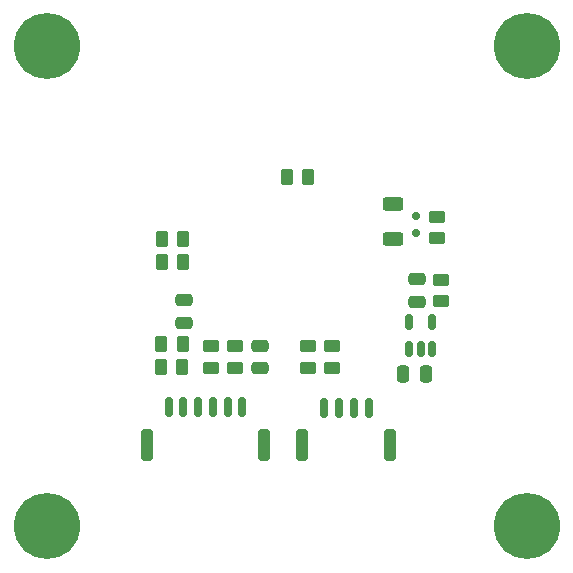
<source format=gbr>
%TF.GenerationSoftware,KiCad,Pcbnew,8.0.6+1*%
%TF.CreationDate,2024-11-07T23:00:44+00:00*%
%TF.ProjectId,TFGPSLITE02,54464750-534c-4495-9445-30322e6b6963,rev?*%
%TF.SameCoordinates,Original*%
%TF.FileFunction,Soldermask,Bot*%
%TF.FilePolarity,Negative*%
%FSLAX46Y46*%
G04 Gerber Fmt 4.6, Leading zero omitted, Abs format (unit mm)*
G04 Created by KiCad (PCBNEW 8.0.6+1) date 2024-11-07 23:00:44*
%MOMM*%
%LPD*%
G01*
G04 APERTURE LIST*
G04 Aperture macros list*
%AMRoundRect*
0 Rectangle with rounded corners*
0 $1 Rounding radius*
0 $2 $3 $4 $5 $6 $7 $8 $9 X,Y pos of 4 corners*
0 Add a 4 corners polygon primitive as box body*
4,1,4,$2,$3,$4,$5,$6,$7,$8,$9,$2,$3,0*
0 Add four circle primitives for the rounded corners*
1,1,$1+$1,$2,$3*
1,1,$1+$1,$4,$5*
1,1,$1+$1,$6,$7*
1,1,$1+$1,$8,$9*
0 Add four rect primitives between the rounded corners*
20,1,$1+$1,$2,$3,$4,$5,0*
20,1,$1+$1,$4,$5,$6,$7,0*
20,1,$1+$1,$6,$7,$8,$9,0*
20,1,$1+$1,$8,$9,$2,$3,0*%
G04 Aperture macros list end*
%ADD10C,5.600000*%
%ADD11RoundRect,0.250000X-0.450000X0.262500X-0.450000X-0.262500X0.450000X-0.262500X0.450000X0.262500X0*%
%ADD12RoundRect,0.250000X-0.475000X0.250000X-0.475000X-0.250000X0.475000X-0.250000X0.475000X0.250000X0*%
%ADD13RoundRect,0.250000X0.450000X-0.262500X0.450000X0.262500X-0.450000X0.262500X-0.450000X-0.262500X0*%
%ADD14RoundRect,0.250000X-0.262500X-0.450000X0.262500X-0.450000X0.262500X0.450000X-0.262500X0.450000X0*%
%ADD15RoundRect,0.150000X0.150000X-0.512500X0.150000X0.512500X-0.150000X0.512500X-0.150000X-0.512500X0*%
%ADD16RoundRect,0.250000X0.475000X-0.250000X0.475000X0.250000X-0.475000X0.250000X-0.475000X-0.250000X0*%
%ADD17RoundRect,0.250000X0.262500X0.450000X-0.262500X0.450000X-0.262500X-0.450000X0.262500X-0.450000X0*%
%ADD18RoundRect,0.150000X-0.200000X0.150000X-0.200000X-0.150000X0.200000X-0.150000X0.200000X0.150000X0*%
%ADD19RoundRect,0.250000X-0.250000X-0.475000X0.250000X-0.475000X0.250000X0.475000X-0.250000X0.475000X0*%
%ADD20RoundRect,0.150000X0.150000X0.700000X-0.150000X0.700000X-0.150000X-0.700000X0.150000X-0.700000X0*%
%ADD21RoundRect,0.250000X0.250000X1.100000X-0.250000X1.100000X-0.250000X-1.100000X0.250000X-1.100000X0*%
%ADD22RoundRect,0.250000X0.625000X-0.312500X0.625000X0.312500X-0.625000X0.312500X-0.625000X-0.312500X0*%
G04 APERTURE END LIST*
D10*
%TO.C,M4*%
X156340000Y-130320000D03*
%TD*%
%TO.C,M1*%
X115700000Y-89680000D03*
%TD*%
%TO.C,M3*%
X115700000Y-130320000D03*
%TD*%
%TO.C,M2*%
X156340000Y-89680000D03*
%TD*%
D11*
%TO.C,R2*%
X129610000Y-115067500D03*
X129610000Y-116892500D03*
%TD*%
D12*
%TO.C,C5*%
X133740000Y-115040000D03*
X133740000Y-116940000D03*
%TD*%
D13*
%TO.C,R9*%
X139840000Y-116880000D03*
X139840000Y-115055000D03*
%TD*%
D14*
%TO.C,R6*%
X125447500Y-107940000D03*
X127272500Y-107940000D03*
%TD*%
%TO.C,R5*%
X125437500Y-106030000D03*
X127262500Y-106030000D03*
%TD*%
D11*
%TO.C,R3*%
X131620000Y-115067500D03*
X131620000Y-116892500D03*
%TD*%
D13*
%TO.C,R1*%
X148740000Y-105942500D03*
X148740000Y-104117500D03*
%TD*%
D15*
%TO.C,U1*%
X148302500Y-115342500D03*
X147352500Y-115342500D03*
X146402500Y-115342500D03*
X146402500Y-113067500D03*
X148302500Y-113067500D03*
%TD*%
D16*
%TO.C,C1*%
X127350000Y-113100000D03*
X127350000Y-111200000D03*
%TD*%
D13*
%TO.C,R10*%
X137810000Y-116885000D03*
X137810000Y-115060000D03*
%TD*%
D17*
%TO.C,R7*%
X127192500Y-116870000D03*
X125367500Y-116870000D03*
%TD*%
%TO.C,R4*%
X137842500Y-100740000D03*
X136017500Y-100740000D03*
%TD*%
D16*
%TO.C,C4*%
X147070000Y-111295000D03*
X147070000Y-109395000D03*
%TD*%
D18*
%TO.C,D1*%
X146950000Y-105470000D03*
X146950000Y-104070000D03*
%TD*%
D19*
%TO.C,C3*%
X145872500Y-117465000D03*
X147772500Y-117465000D03*
%TD*%
D20*
%TO.C,J1*%
X132265000Y-120230000D03*
X131015000Y-120230000D03*
X129765000Y-120230000D03*
X128515000Y-120230000D03*
X127265000Y-120230000D03*
X126015000Y-120230000D03*
D21*
X134115000Y-123430000D03*
X124165000Y-123430000D03*
%TD*%
D17*
%TO.C,R8*%
X127202500Y-114870000D03*
X125377500Y-114870000D03*
%TD*%
D20*
%TO.C,J2*%
X142945000Y-120270000D03*
X141695000Y-120270000D03*
X140445000Y-120270000D03*
X139195000Y-120270000D03*
D21*
X144795000Y-123470000D03*
X137345000Y-123470000D03*
%TD*%
D22*
%TO.C,C2*%
X145050000Y-105982500D03*
X145050000Y-103057500D03*
%TD*%
D13*
%TO.C,R11*%
X149090000Y-111277500D03*
X149090000Y-109452500D03*
%TD*%
M02*

</source>
